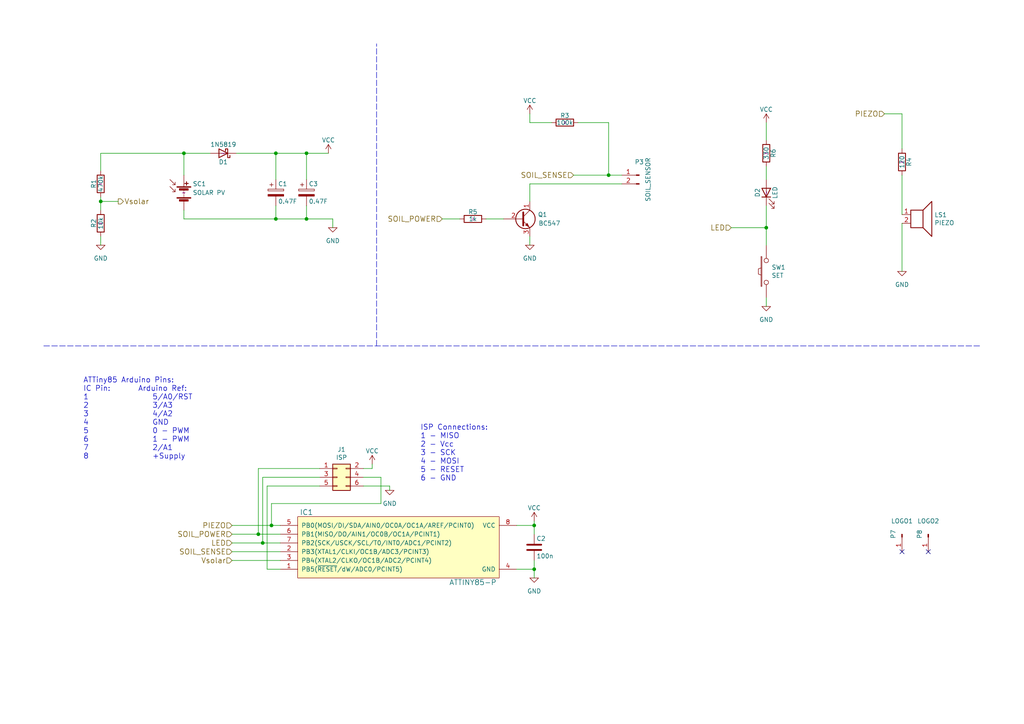
<source format=kicad_sch>
(kicad_sch (version 20250114) (generator "eeschema") (generator_version "9.0")
  (paper "A4")
  (title_block (title "Solar Motor Controller") (date "2017-04-24") (rev "1") (company "The Curious Electric Compnay"))
  (lib_symbols
    (symbol "Connector:Conn_01x01_Male" (pin_names (offset 1.016) (hide yes))
      (property "Reference" "J" (at 0 2.54 0))
      (property "Value" "Connector_Conn_01x01_Male" (at 0 -2.54 0))
      (symbol "Conn_01x01_Male_1_1"
        (rectangle (start 0.8636 0.127) (end 0 -0.127) (stroke (width 0.1524)) (fill (type outline)))
        (polyline (pts (xy 1.27 0) (xy 0.8636 0)) (stroke (width 0.1524)))
        (pin passive line (at 5.08 0 180) (length 3.81) (name "Pin_1") (number "1"))
      )
    )
    (symbol "Connector:Conn_01x02_Male" (pin_names (offset 1.016) (hide yes))
      (property "Reference" "J" (at 0 2.54 0))
      (property "Value" "Connector_Conn_01x02_Male" (at 0 -5.08 0))
      (symbol "Conn_01x02_Male_1_1"
        (rectangle (start 0.8636 0.127) (end 0 -0.127) (stroke (width 0.1524)) (fill (type outline)))
        (rectangle (start 0.8636 -2.413) (end 0 -2.667) (stroke (width 0.1524)) (fill (type outline)))
        (polyline (pts (xy 1.27 0) (xy 0.8636 0)) (stroke (width 0.1524)))
        (polyline (pts (xy 1.27 -2.54) (xy 0.8636 -2.54)) (stroke (width 0.1524)))
        (pin passive line (at 5.08 0 180) (length 3.81) (name "Pin_1") (number "1"))
        (pin passive line (at 5.08 -2.54 180) (length 3.81) (name "Pin_2") (number "2"))
      )
    )
    (symbol "Connector_Generic:Conn_02x03_Odd_Even" (pin_names (offset 1.016) (hide yes))
      (property "Reference" "J" (at 1.27 5.08 0))
      (property "Value" "Conn_02x03_Odd_Even" (at 1.27 -5.08 0))
      (symbol "Conn_02x03_Odd_Even_1_1"
        (rectangle (start -1.27 3.81) (end 3.81 -3.81) (stroke (width 0.254)) (fill (type background)))
        (rectangle (start -1.27 2.667) (end 0 2.413) (stroke (width 0.1524)))
        (rectangle (start -1.27 0.127) (end 0 -0.127) (stroke (width 0.1524)))
        (rectangle (start -1.27 -2.413) (end 0 -2.667) (stroke (width 0.1524)))
        (rectangle (start 3.81 2.667) (end 2.54 2.413) (stroke (width 0.1524)))
        (rectangle (start 3.81 0.127) (end 2.54 -0.127) (stroke (width 0.1524)))
        (rectangle (start 3.81 -2.413) (end 2.54 -2.667) (stroke (width 0.1524)))
        (pin passive line (at -5.08 2.54 0) (length 3.81) (name "Pin_1") (number "1"))
        (pin passive line (at -5.08 0 0) (length 3.81) (name "Pin_3") (number "3"))
        (pin passive line (at -5.08 -2.54 0) (length 3.81) (name "Pin_5") (number "5"))
        (pin passive line (at 7.62 2.54 180) (length 3.81) (name "Pin_2") (number "2"))
        (pin passive line (at 7.62 0 180) (length 3.81) (name "Pin_4") (number "4"))
        (pin passive line (at 7.62 -2.54 180) (length 3.81) (name "Pin_6") (number "6"))
      )
    )
    (symbol "Device:C" (pin_numbers (hide yes)) (pin_names (offset 0.254))
      (property "Reference" "C" (at 0.635 2.54 0))
      (property "Value" "C" (at 0.635 -2.54 0))
      (symbol "C_0_1"
        (polyline (pts (xy -2.032 0.762) (xy 2.032 0.762)) (stroke (width 0.508)))
        (polyline (pts (xy -2.032 -0.762) (xy 2.032 -0.762)) (stroke (width 0.508)))
      )
      (symbol "C_1_1"
        (pin passive line (at 0 3.81 270) (length 2.794) (name "~") (number "1"))
        (pin passive line (at 0 -3.81 90) (length 2.794) (name "~") (number "2"))
      )
    )
    (symbol "Device:CP" (pin_numbers (hide yes)) (pin_names (offset 0.254))
      (property "Reference" "C" (at 0.635 2.54 0))
      (property "Value" "Device_CP" (at 0.635 -2.54 0))
      (symbol "CP_0_1"
        (rectangle (start -2.286 0.508) (end 2.286 1.016))
        (polyline (pts (xy -1.778 2.286) (xy -0.762 2.286)))
        (polyline (pts (xy -1.27 2.794) (xy -1.27 1.778)))
        (rectangle (start 2.286 -0.508) (end -2.286 -1.016) (fill (type outline)))
      )
      (symbol "CP_1_1"
        (pin passive line (at 0 3.81 270) (length 2.794) (name "~") (number "1"))
        (pin passive line (at 0 -3.81 90) (length 2.794) (name "~") (number "2"))
      )
    )
    (symbol "Device:D_Schottky" (pin_numbers (hide yes)) (pin_names (offset 1.016) (hide yes))
      (property "Reference" "D" (at 0 2.54 0))
      (property "Value" "D_Schottky" (at 0 -2.54 0))
      (symbol "D_Schottky_0_1"
        (polyline (pts (xy -1.905 0.635) (xy -1.905 1.27) (xy -1.27 1.27) (xy -1.27 -1.27) (xy -0.635 -1.27) (xy -0.635 -0.635)) (stroke (width 0.254)))
        (polyline (pts (xy 1.27 1.27) (xy 1.27 -1.27) (xy -1.27 0) (xy 1.27 1.27)) (stroke (width 0.254)))
        (polyline (pts (xy 1.27 0) (xy -1.27 0)))
      )
      (symbol "D_Schottky_1_1"
        (pin passive line (at -3.81 0 0) (length 2.54) (name "K") (number "1"))
        (pin passive line (at 3.81 0 180) (length 2.54) (name "A") (number "2"))
      )
    )
    (symbol "Device:LED" (pin_numbers (hide yes)) (pin_names (offset 1.016) (hide yes))
      (property "Reference" "D" (at 0 2.54 0))
      (property "Value" "LED" (at 0 -2.54 0))
      (symbol "LED_0_1"
        (polyline (pts (xy -3.048 -0.762) (xy -4.572 -2.286) (xy -3.81 -2.286) (xy -4.572 -2.286) (xy -4.572 -1.524)))
        (polyline (pts (xy -1.778 -0.762) (xy -3.302 -2.286) (xy -2.54 -2.286) (xy -3.302 -2.286) (xy -3.302 -1.524)))
        (polyline (pts (xy -1.27 0) (xy 1.27 0)))
        (polyline (pts (xy -1.27 -1.27) (xy -1.27 1.27)) (stroke (width 0.254)))
        (polyline (pts (xy 1.27 -1.27) (xy 1.27 1.27) (xy -1.27 0) (xy 1.27 -1.27)) (stroke (width 0.254)))
      )
      (symbol "LED_1_1"
        (pin passive line (at -3.81 0 0) (length 2.54) (name "K") (number "1"))
        (pin passive line (at 3.81 0 180) (length 2.54) (name "A") (number "2"))
      )
    )
    (symbol "Device:Q_NPN_CBE" (pin_names (offset 0) (hide yes))
      (property "Reference" "Q" (at 5.08 1.27 0))
      (property "Value" "Device_Q_NPN_CBE" (at 5.08 -1.27 0))
      (symbol "Q_NPN_CBE_0_1"
        (polyline (pts (xy 0.635 1.905) (xy 0.635 -1.905) (xy 0.635 -1.905)) (stroke (width 0.508)))
        (polyline (pts (xy 0.635 0.635) (xy 2.54 2.54)))
        (polyline (pts (xy 0.635 -0.635) (xy 2.54 -2.54) (xy 2.54 -2.54)))
        (circle (center 1.27 0) (radius 2.8194) (stroke (width 0.254)))
        (polyline (pts (xy 1.27 -1.778) (xy 1.778 -1.27) (xy 2.286 -2.286) (xy 1.27 -1.778) (xy 1.27 -1.778)) (fill (type outline)))
      )
      (symbol "Q_NPN_CBE_1_1"
        (pin input line (at -5.08 0 0) (length 5.715) (name "B") (number "2"))
        (pin passive line (at 2.54 5.08 270) (length 2.54) (name "C") (number "1"))
        (pin passive line (at 2.54 -5.08 90) (length 2.54) (name "E") (number "3"))
      )
    )
    (symbol "Device:R" (pin_numbers (hide yes)) (pin_names (offset 0))
      (property "Reference" "R" (at 2.032 0 90))
      (property "Value" "R" (at 0 0 90))
      (symbol "R_0_1"
        (rectangle (start -1.016 -2.54) (end 1.016 2.54) (stroke (width 0.254)))
      )
      (symbol "R_1_1"
        (pin passive line (at 0 3.81 270) (length 1.27) (name "~") (number "1"))
        (pin passive line (at 0 -3.81 90) (length 1.27) (name "~") (number "2"))
      )
    )
    (symbol "Device:Solar_Cells" (pin_numbers (hide yes)) (pin_names (offset 0) (hide yes))
      (property "Reference" "SC" (at 2.54 2.54 0))
      (property "Value" "Solar_Cells" (at 2.54 0 0))
      (symbol "Solar_Cells_0_1"
        (polyline (pts (xy -2.54 3.048) (xy -2.54 2.286) (xy -3.302 2.286)))
        (polyline (pts (xy -2.54 2.286) (xy -4.064 3.81)))
        (polyline (pts (xy -2.54 1.016) (xy -2.54 0.254) (xy -3.302 0.254)))
        (polyline (pts (xy -2.54 0.254) (xy -4.064 1.778)))
        (rectangle (start -2.032 1.778) (end 2.032 1.524) (fill (type outline)))
        (rectangle (start -2.032 -1.397) (end 2.032 -1.651) (fill (type outline)))
        (rectangle (start -1.3208 1.1938) (end 1.27 0.6858) (fill (type outline)))
        (rectangle (start -1.3208 -1.9812) (end 1.27 -2.4892) (fill (type outline)))
        (polyline (pts (xy 0 1.778) (xy 0 2.54)))
        (polyline (pts (xy 0 0.508) (xy 0 0.762)))
        (polyline (pts (xy 0 0) (xy 0 0.254)))
        (polyline (pts (xy 0 -0.508) (xy 0 -0.254)))
        (polyline (pts (xy 0 -1.016) (xy 0 -0.762)))
        (polyline (pts (xy 0 -1.524) (xy 0 -1.27)))
        (polyline (pts (xy 0.254 2.667) (xy 1.27 2.667)) (stroke (width 0.254)))
        (polyline (pts (xy 0.762 3.175) (xy 0.762 2.159)) (stroke (width 0.254)))
      )
      (symbol "Solar_Cells_1_1"
        (pin passive line (at 0 5.08 270) (length 2.54) (name "+") (number "1"))
        (pin passive line (at 0 -5.08 90) (length 2.54) (name "-") (number "2"))
      )
    )
    (symbol "Device:Speaker" (pin_names (offset 0) (hide yes))
      (property "Reference" "LS" (at 1.27 5.715 0))
      (property "Value" "Speaker" (at 1.27 3.81 0))
      (symbol "Speaker_0_0"
        (rectangle (start -2.54 1.27) (end 1.016 -3.81) (stroke (width 0.254)))
        (polyline (pts (xy 1.016 1.27) (xy 3.556 3.81) (xy 3.556 -6.35) (xy 1.016 -3.81)) (stroke (width 0.254)))
      )
      (symbol "Speaker_1_1"
        (pin input line (at -5.08 0 0) (length 2.54) (name "1") (number "1"))
        (pin input line (at -5.08 -2.54 0) (length 2.54) (name "2") (number "2"))
      )
    )
    (symbol "matts_components:ATTINY85-P" (pin_names (offset 1.016))
      (property "Reference" "IC" (at 2.54 1.27 0))
      (property "Value" "ATTINY85-P" (at 50.8 -19.05 0))
      (symbol "ATTINY85-P_0_1"
        (rectangle (start 0 0) (end 58.42 -17.78) (fill (type background)))
      )
      (symbol "ATTINY85-P_1_1"
        (pin bidirectional line (at -5.08 -2.54 0) (length 5.08) (name "PB0(MOSI/DI/SDA/AIN0/OC0A/OC1A/AREF/PCINT0)") (number "5"))
        (pin bidirectional line (at -5.08 -5.08 0) (length 5.08) (name "PB1(MISO/DO/AIN1/OC0B/OC1A/PCINT1)") (number "6"))
        (pin bidirectional line (at -5.08 -7.62 0) (length 5.08) (name "PB2(SCK/USCK/SCL/T0/INT0/ADC1/PCINT2)") (number "7"))
        (pin bidirectional line (at -5.08 -10.16 0) (length 5.08) (name "PB3(XTAL1/CLKI/OC1B/ADC3/PCINT3)") (number "2"))
        (pin bidirectional line (at -5.08 -12.7 0) (length 5.08) (name "PB4(XTAL2/CLKO/OC1B/ADC2/PCINT4)") (number "3"))
        (pin bidirectional line (at -5.08 -15.24 0) (length 5.08) (name "PB5(~{RESET}/dW/ADC0/PCINT5)") (number "1"))
        (pin power_in line (at 63.5 -2.54 180) (length 5.08) (name "VCC") (number "8"))
        (pin power_in line (at 63.5 -15.24 180) (length 5.08) (name "GND") (number "4"))
      )
    )
    (symbol "matts_components:GND" (power) (pin_names (offset 0))
      (symbol "GND_0_1"
        (polyline (pts (xy -1.27 0) (xy 0 -1.27) (xy 1.27 0) (xy -1.27 0)))
      )
      (symbol "GND_1_1"
        (pin power_in line (at 0 0 90) (length 0) (hide yes) (name "GND") (number "1"))
      )
    )
    (symbol "matts_components:SW_PUSH" (pin_numbers (hide yes)) (pin_names (offset 1.016) (hide yes))
      (property "Reference" "SW" (at 3.81 2.794 0))
      (property "Value" "SW_PUSH" (at 0 -2.032 0))
      (symbol "SW_PUSH_0_1"
        (rectangle (start -4.318 1.27) (end 4.318 1.524))
        (polyline (pts (xy -1.016 1.524) (xy -0.762 2.286) (xy 0.762 2.286) (xy 1.016 1.524)))
        (pin passive inverted (at -7.62 0 0) (length 5.08) (name "1") (number "1"))
        (pin passive inverted (at 7.62 0 180) (length 5.08) (name "2") (number "2"))
      )
    )
    (symbol "power:VCC" (power) (pin_numbers (hide yes)) (pin_names (offset 0) (hide yes))
      (property "Value" "VCC" (at 0 3.556 0))
      (symbol "VCC_0_1"
        (polyline (pts (xy -0.762 1.27) (xy 0 2.54)))
        (polyline (pts (xy 0 2.54) (xy 0.762 1.27)))
        (polyline (pts (xy 0 0) (xy 0 2.54)))
      )
      (symbol "VCC_1_1"
        (pin power_in line (at 0 0 90) (length 0) (name "~") (number "1"))
      )
    )
  )
  (text "ATTiny85 Arduino Pins:\nIC Pin:       Arduino Ref:\n1                5/A0/RST\n2                3/A3\n3                4/A2\n4                GND\n5                0 - PWM\n6                1 - PWM\n7                2/A1\n8                +Supply" (at 24.13 133.35 0) (effects (font (size 1.524 1.524)) (justify left bottom)))
  (text "ISP Connections:\n1 - MISO\n2 - Vcc\n3 - SCK\n4 - MOSI\n5 - RESET\n6 - GND\n" (at 121.92 139.7 0) (effects (font (size 1.524 1.524)) (justify left bottom)))
  (junction (at 80.01 44.45))
  (junction (at 53.34 44.45))
  (junction (at 76.2 157.48))
  (junction (at 78.74 152.4))
  (junction (at 74.93 154.94))
  (junction (at 222.25 66.04))
  (junction (at 154.94 152.4))
  (junction (at 88.9 44.45))
  (junction (at 80.01 63.5))
  (junction (at 154.94 165.1))
  (junction (at 29.21 58.42))
  (junction (at 176.53 50.8))
  (junction (at 88.9 63.5))
  (no_connect (at 269.24 160.02))
  (no_connect (at 261.62 160.02))
  (wire (pts (xy 88.9 44.45) (xy 88.9 52.07)))
  (wire (pts (xy 29.21 49.53) (xy 29.21 44.45)))
  (wire (pts (xy 77.47 165.1) (xy 81.28 165.1)))
  (wire (pts (xy 222.25 66.04) (xy 222.25 71.12)))
  (wire (pts (xy 29.21 57.15) (xy 29.21 58.42)))
  (wire (pts (xy 128.27 63.5) (xy 133.35 63.5)))
  (wire (pts (xy 68.58 44.45) (xy 80.01 44.45)))
  (wire (pts (xy 153.67 53.34) (xy 180.34 53.34)))
  (wire (pts (xy 92.71 140.97) (xy 77.47 140.97)))
  (wire (pts (xy 78.74 146.05) (xy 78.74 152.4)))
  (wire (pts (xy 53.34 44.45) (xy 60.96 44.45)))
  (wire (pts (xy 78.74 152.4) (xy 81.28 152.4)))
  (wire (pts (xy 76.2 138.43) (xy 76.2 157.48)))
  (wire (pts (xy 92.71 138.43) (xy 76.2 138.43)))
  (wire (pts (xy 153.67 35.56) (xy 160.02 35.56)))
  (wire (pts (xy 67.31 160.02) (xy 81.28 160.02)))
  (wire (pts (xy 53.34 50.8) (xy 53.34 44.45)))
  (wire (pts (xy 80.01 52.07) (xy 80.01 44.45)))
  (wire (pts (xy 29.21 44.45) (xy 53.34 44.45)))
  (wire (pts (xy 67.31 152.4) (xy 78.74 152.4)))
  (wire (pts (xy 176.53 35.56) (xy 176.53 50.8)))
  (wire (pts (xy 80.01 63.5) (xy 88.9 63.5)))
  (wire (pts (xy 176.53 50.8) (xy 180.34 50.8)))
  (wire (pts (xy 67.31 162.56) (xy 81.28 162.56)))
  (wire (pts (xy 110.49 138.43) (xy 110.49 146.05)))
  (wire (pts (xy 80.01 59.69) (xy 80.01 63.5)))
  (wire (pts (xy 261.62 64.77) (xy 261.62 78.74)))
  (wire (pts (xy 110.49 146.05) (xy 78.74 146.05)))
  (wire (pts (xy 140.97 63.5) (xy 146.05 63.5)))
  (wire (pts (xy 88.9 59.69) (xy 88.9 63.5)))
  (wire (pts (xy 67.31 154.94) (xy 74.93 154.94)))
  (wire (pts (xy 29.21 68.58) (xy 29.21 71.12)))
  (wire (pts (xy 88.9 44.45) (xy 95.25 44.45)))
  (wire (pts (xy 105.41 140.97) (xy 113.03 140.97)))
  (polyline (pts (xy 109.22 100.33) (xy 109.22 12.7)) (stroke (width 0) (type dash)))
  (wire (pts (xy 105.41 135.89) (xy 107.95 135.89)))
  (wire (pts (xy 222.25 59.69) (xy 222.25 66.04)))
  (wire (pts (xy 53.34 63.5) (xy 80.01 63.5)))
  (wire (pts (xy 77.47 140.97) (xy 77.47 165.1)))
  (wire (pts (xy 92.71 135.89) (xy 74.93 135.89)))
  (wire (pts (xy 212.09 66.04) (xy 222.25 66.04)))
  (wire (pts (xy 107.95 135.89) (xy 107.95 134.62)))
  (wire (pts (xy 149.86 152.4) (xy 154.94 152.4)))
  (wire (pts (xy 256.54 33.02) (xy 261.62 33.02)))
  (wire (pts (xy 74.93 135.89) (xy 74.93 154.94)))
  (wire (pts (xy 105.41 138.43) (xy 110.49 138.43)))
  (wire (pts (xy 222.25 86.36) (xy 222.25 88.9)))
  (wire (pts (xy 154.94 165.1) (xy 154.94 167.64)))
  (wire (pts (xy 154.94 162.56) (xy 154.94 165.1)))
  (wire (pts (xy 261.62 33.02) (xy 261.62 43.18)))
  (wire (pts (xy 153.67 58.42) (xy 153.67 53.34)))
  (wire (pts (xy 113.03 140.97) (xy 113.03 142.24)))
  (wire (pts (xy 153.67 35.56) (xy 153.67 33.02)))
  (wire (pts (xy 149.86 165.1) (xy 154.94 165.1)))
  (wire (pts (xy 96.52 63.5) (xy 96.52 66.04)))
  (wire (pts (xy 153.67 71.12) (xy 153.67 68.58)))
  (wire (pts (xy 67.31 157.48) (xy 76.2 157.48)))
  (wire (pts (xy 176.53 50.8) (xy 166.37 50.8)))
  (wire (pts (xy 222.25 35.56) (xy 222.25 40.64)))
  (wire (pts (xy 74.93 154.94) (xy 81.28 154.94)))
  (wire (pts (xy 53.34 60.96) (xy 53.34 63.5)))
  (wire (pts (xy 76.2 157.48) (xy 81.28 157.48)))
  (wire (pts (xy 88.9 63.5) (xy 96.52 63.5)))
  (wire (pts (xy 29.21 58.42) (xy 29.21 60.96)))
  (wire (pts (xy 222.25 48.26) (xy 222.25 52.07)))
  (wire (pts (xy 154.94 152.4) (xy 154.94 154.94)))
  (wire (pts (xy 29.21 58.42) (xy 34.29 58.42)))
  (wire (pts (xy 261.62 62.23) (xy 261.62 50.8)))
  (wire (pts (xy 167.64 35.56) (xy 176.53 35.56)))
  (polyline (pts (xy 12.7 100.33) (xy 284.48 100.33)) (stroke (width 0) (type dash)))
  (wire (pts (xy 154.94 151.13) (xy 154.94 152.4)))
  (wire (pts (xy 80.01 44.45) (xy 88.9 44.45)))
  (hierarchical_label "PIEZO" (shape input) (at 67.31 152.4 180) (effects (font (size 1.524 1.524))))
  (hierarchical_label "SOIL_POWER" (shape input) (at 67.31 154.94 180) (effects (font (size 1.524 1.524))))
  (hierarchical_label "PIEZO" (shape input) (at 256.54 33.02 180) (effects (font (size 1.524 1.524))))
  (hierarchical_label "SOIL_POWER" (shape input) (at 128.27 63.5 180) (effects (font (size 1.524 1.524))))
  (hierarchical_label "SOIL_SENSE" (shape input) (at 166.37 50.8 180) (effects (font (size 1.524 1.524))))
  (hierarchical_label "Vsolar" (shape input) (at 67.31 162.56 180) (effects (font (size 1.524 1.524))))
  (hierarchical_label "LED" (shape input) (at 212.09 66.04 180) (effects (font (size 1.524 1.524))))
  (hierarchical_label "SOIL_SENSE" (shape input) (at 67.31 160.02 180) (effects (font (size 1.524 1.524))))
  (hierarchical_label "Vsolar" (shape output) (at 34.29 58.42 0) (effects (font (size 1.524 1.524))))
  (hierarchical_label "LED" (shape input) (at 67.31 157.48 180) (effects (font (size 1.524 1.524))))
  (symbol (lib_id "Device:CP") (at 80.01 55.88 0) (unit 1)
    (property "Reference" "C1" (at 80.645 53.34 0) (effects (justify left)))
    (property "Value" "0.47F" (at 80.645 58.42 0) (effects (justify left)))
    (property "Footprint" "REInnovationFootprint:C_0_47F_SuperCap_3POS" (effects (hide yes)))
    (property "Supplier 1" "Aliexpress" (effects (hide yes)))
    (property "Supplier 1 Cost" "0.4" (effects (hide yes)))
  )
  (symbol (lib_id "Device:Solar_Cells") (at 53.34 55.88 0) (unit 1)
    (property "Reference" "SC1" (at 55.88 53.34 0) (effects (justify left)))
    (property "Value" "SOLAR PV" (at 55.88 55.88 0) (effects (justify left)))
    (property "Footprint" "REInnovationFootprint:PV_53x30mm_Area" (effects (hide yes)))
    (property "Description" "53x30mm 30mA 5V PV module" (effects (hide yes)))
    (property "Notes" "~" (at 53.34 55.88 0) (effects (font (size 1.524 1.524))))
    (property "Supplier 1" "Aliexpress" (effects (hide yes)))
    (property "Supplier 1 Cost" "0.7" (effects (hide yes)))
  )
  (symbol (lib_id "Device:D_Schottky") (at 64.77 44.45 180) (unit 1)
    (property "Reference" "D1" (at 64.77 46.99 0))
    (property "Value" "1N5819" (at 64.77 41.91 0))
    (property "Footprint" "REInnovationFootprint:TH_Diode_1" (effects (hide yes)))
    (property "Notes" "~" (at 64.77 44.45 0) (effects (font (size 1.524 1.524))))
    (property "Supplier 1" "RS" (effects (hide yes)))
    (property "Supplier 1 Cost" "0.03" (effects (hide yes)))
  )
  (symbol (lib_id "Connector:Conn_01x01_Male") (at 261.62 154.94 90) (mirror x) (unit 1)
    (property "Reference" "P7" (at 259.08 154.94 0))
    (property "Value" "LOGO1" (at 261.62 151.13 90))
    (property "Footprint" "CuriousElectric3:2020_04_14_CuriousElectricCompany_Logo_Round_10mm_FCu" (effects (hide yes)))
  )
  (symbol (lib_id "Connector:Conn_01x01_Male") (at 269.24 154.94 90) (mirror x) (unit 1)
    (property "Reference" "P8" (at 266.7 154.94 0))
    (property "Value" "LOGO2" (at 269.24 151.13 90))
    (property "Footprint" "CuriousElectric3:TCEC_Words_13mm" (effects (hide yes)))
  )
  (symbol (lib_id "matts_components:GND") (at 96.52 66.04 0) (unit 1)
    (property "Reference" "#PWR01" (effects (hide yes)))
    (property "Value" "GND" (at 96.52 69.85 0))
  )
  (symbol (lib_id "power:VCC") (at 95.25 44.45 0) (unit 1)
    (property "Reference" "#PWR02" (effects (hide yes)))
    (property "Value" "VCC" (at 95.25 40.64 0))
  )
  (symbol (lib_id "matts_components:ATTINY85-P") (at 86.36 149.86 0) (unit 1)
    (property "Reference" "IC1" (at 88.9 148.59 0) (effects (font (size 1.524 1.524))))
    (property "Value" "ATTINY85-P" (at 137.16 168.91 0) (effects (font (size 1.524 1.524))))
    (property "Footprint" "REInnovationFootprint:DIP-8_300_ELL" (effects (hide yes)))
    (property "Datasheet" "http://www.farnell.com/datasheets/1744708.pdf?_ga=2.238630600.937687315.1494695229-1523402957.1422198431" (effects (hide yes)))
    (property "Description" "8 Bit uP 20MHz" (effects (hide yes)))
    (property "Manufacturer" "ATMEL" (effects (hide yes)))
    (property "Manufacturer Part No" "ATTINY85-20PU" (effects (hide yes)))
    (property "Supplier 1" "Farnell" (effects (hide yes)))
    (property "Supplier 1 Part No" "1455162" (effects (hide yes)))
    (property "Supplier 1 Cost" "1.12" (effects (hide yes)))
  )
  (symbol (lib_id "Device:C") (at 154.94 158.75 0) (unit 1)
    (property "Reference" "C2" (at 155.575 156.21 0) (effects (justify left)))
    (property "Value" "100n" (at 155.575 161.29 0) (effects (justify left)))
    (property "Footprint" "REInnovationFootprint:C1_wide_lg_pad" (effects (hide yes)))
    (property "Supplier 1" "Rapid" (effects (hide yes)))
    (property "Supplier 1 Cost" "0.07" (effects (hide yes)))
  )
  (symbol (lib_id "power:VCC") (at 154.94 151.13 0) (unit 1)
    (property "Reference" "#PWR05" (effects (hide yes)))
    (property "Value" "VCC" (at 154.94 147.32 0))
  )
  (symbol (lib_id "matts_components:GND") (at 154.94 167.64 0) (unit 1)
    (property "Reference" "#PWR06" (effects (hide yes)))
    (property "Value" "GND" (at 154.94 171.45 0))
  )
  (symbol (lib_id "Device:Q_NPN_CBE") (at 151.13 63.5 0) (unit 1)
    (property "Reference" "Q1" (at 158.75 62.23 0) (effects (justify right)))
    (property "Value" "BC547" (at 162.56 64.77 0) (effects (justify right)))
    (property "Footprint" "REInnovationFootprint:TO92-EBC_large_pad" (effects (hide yes)))
  )
  (symbol (lib_id "Device:R") (at 137.16 63.5 90) (unit 1)
    (property "Reference" "R5" (at 137.16 61.468 90))
    (property "Value" "1k" (at 137.16 63.5 90))
    (property "Footprint" "REInnovationFootprint:TH_Resistor_1" (effects (hide yes)))
    (property "Notes" "~" (at 137.16 63.5 0) (effects (font (size 1.524 1.524))))
    (property "Supplier 1 Cost" "0.01" (effects (hide yes)))
  )
  (symbol (lib_id "Connector:Conn_01x02_Male") (at 185.42 50.8 0) (mirror y) (unit 1)
    (property "Reference" "P3" (at 185.42 46.99 0))
    (property "Value" "SOIL_SENSOR" (at 187.96 52.07 90))
    (property "Footprint" "CuriousElectric3:2020_04_14_SolarSoilSensorPCB_Outline_linkedpad" (effects (hide yes)))
  )
  (symbol (lib_id "power:VCC") (at 153.67 33.02 0) (unit 1)
    (property "Reference" "#PWR07" (effects (hide yes)))
    (property "Value" "VCC" (at 153.67 29.21 0))
  )
  (symbol (lib_id "matts_components:GND") (at 153.67 71.12 0) (unit 1)
    (property "Reference" "#PWR08" (effects (hide yes)))
    (property "Value" "GND" (at 153.67 74.93 0))
  )
  (symbol (lib_id "power:VCC") (at 107.95 134.62 0) (unit 1)
    (property "Reference" "#PWR09" (effects (hide yes)))
    (property "Value" "VCC" (at 107.95 130.81 0))
  )
  (symbol (lib_id "matts_components:GND") (at 113.03 142.24 0) (unit 1)
    (property "Reference" "#PWR010" (effects (hide yes)))
    (property "Value" "GND" (at 113.03 146.05 0))
  )
  (symbol (lib_id "Device:R") (at 29.21 53.34 180) (unit 1)
    (property "Reference" "R1" (at 27.178 53.34 90))
    (property "Value" "470k" (at 29.21 53.34 90))
    (property "Footprint" "REInnovationFootprint:TH_Resistor_1" (effects (hide yes)))
    (property "Notes" "~" (at 29.21 53.34 0) (effects (font (size 1.524 1.524))))
    (property "Supplier 1 Cost" "0.01" (effects (hide yes)))
  )
  (symbol (lib_id "Device:R") (at 29.21 64.77 180) (unit 1)
    (property "Reference" "R2" (at 27.178 64.77 90))
    (property "Value" "10k" (at 29.21 64.77 90))
    (property "Footprint" "REInnovationFootprint:TH_Resistor_1" (effects (hide yes)))
    (property "Notes" "~" (at 29.21 64.77 0) (effects (font (size 1.524 1.524))))
    (property "Supplier 1 Cost" "0.01" (effects (hide yes)))
  )
  (symbol (lib_id "matts_components:GND") (at 29.21 71.12 0) (unit 1)
    (property "Reference" "#PWR013" (effects (hide yes)))
    (property "Value" "GND" (at 29.21 74.93 0))
  )
  (symbol (lib_id "Device:R") (at 222.25 44.45 0) (unit 1)
    (property "Reference" "R6" (at 224.282 44.45 90))
    (property "Value" "330" (at 222.25 44.45 90))
    (property "Footprint" "REInnovationFootprint:TH_Resistor_1" (effects (hide yes)))
    (property "Notes" "~" (at 222.25 44.45 0) (effects (font (size 1.524 1.524))))
    (property "Supplier 1 Cost" "0.01" (effects (hide yes)))
  )
  (symbol (lib_id "matts_components:GND") (at 222.25 88.9 0) (unit 1)
    (property "Reference" "#PWR014" (effects (hide yes)))
    (property "Value" "GND" (at 222.25 92.71 0))
  )
  (symbol (lib_id "Device:LED") (at 222.25 55.88 90) (unit 1)
    (property "Reference" "D2" (at 219.71 55.88 0))
    (property "Value" "LED" (at 224.79 55.88 0))
    (property "Footprint" "REInnovationFootprint:LED-5MM_larg_pad_REV" (effects (hide yes)))
    (property "Description" "5mm Red LED" (effects (hide yes)))
    (property "Notes" "~" (at 222.25 55.88 0) (effects (font (size 1.524 1.524))))
    (property "Supplier 1" "Aliexpress" (effects (hide yes)))
    (property "Supplier 1 Cost" "0.1" (effects (hide yes)))
  )
  (symbol (lib_id "Device:Speaker") (at 266.7 62.23 0) (unit 1)
    (property "Reference" "LS1" (at 271.018 62.3316 0) (effects (justify left)))
    (property "Value" "PIEZO" (at 271.018 64.643 0) (effects (justify left)))
    (property "Footprint" "REInnovationFootprint:TH_PIEZO_17x7" (effects (hide yes)))
  )
  (symbol (lib_id "matts_components:GND") (at 261.62 78.74 0) (unit 1)
    (property "Reference" "#PWR0101" (effects (hide yes)))
    (property "Value" "GND" (at 261.62 82.55 0))
  )
  (symbol (lib_id "Connector_Generic:Conn_02x03_Odd_Even") (at 97.79 138.43 0) (unit 1)
    (property "Reference" "J1" (at 99.06 130.3782 0))
    (property "Value" "ISP" (at 99.06 132.6896 0))
    (property "Footprint" "REInnovationFootprint:TH3x2_ISP" (effects (hide yes)))
  )
  (symbol (lib_id "Device:R") (at 163.83 35.56 90) (unit 1)
    (property "Reference" "R3" (at 163.83 33.528 90))
    (property "Value" "100k" (at 163.83 35.56 90))
    (property "Footprint" "REInnovationFootprint:TH_Resistor_1" (effects (hide yes)))
    (property "Notes" "~" (at 163.83 35.56 0) (effects (font (size 1.524 1.524))))
    (property "Supplier 1 Cost" "0.01" (effects (hide yes)))
  )
  (symbol (lib_id "power:VCC") (at 222.25 35.56 0) (unit 1)
    (property "Reference" "#PWR03" (effects (hide yes)))
    (property "Value" "VCC" (at 222.25 31.75 0))
  )
  (symbol (lib_id "Device:R") (at 261.62 46.99 0) (unit 1)
    (property "Reference" "R4" (at 263.652 46.99 90))
    (property "Value" "120" (at 261.62 46.99 90))
    (property "Footprint" "REInnovationFootprint:TH_Resistor_1" (effects (hide yes)))
    (property "Notes" "~" (at 261.62 46.99 0) (effects (font (size 1.524 1.524))))
    (property "Supplier 1 Cost" "0.01" (effects (hide yes)))
  )
  (symbol (lib_id "matts_components:SW_PUSH") (at 222.25 78.74 90) (unit 1)
    (property "Reference" "SW1" (at 223.774 77.5462 90) (effects (justify right)))
    (property "Value" "SET" (at 223.774 79.9084 90) (effects (justify right)))
    (property "Footprint" "REInnovationFootprint:SW_PUSH_SMALL_lg_pad" (effects (hide yes)))
  )
  (symbol (lib_id "Device:CP") (at 88.9 55.88 0) (unit 1)
    (property "Reference" "C3" (at 89.535 53.34 0) (effects (justify left)))
    (property "Value" "0.47F" (at 89.535 58.42 0) (effects (justify left)))
    (property "Footprint" "REInnovationFootprint:C_0_47F_SuperCap_3POS" (effects (hide yes)))
    (property "Supplier 1" "Aliexpress" (effects (hide yes)))
    (property "Supplier 1 Cost" "0.4" (effects (hide yes)))
  )
)
</source>
